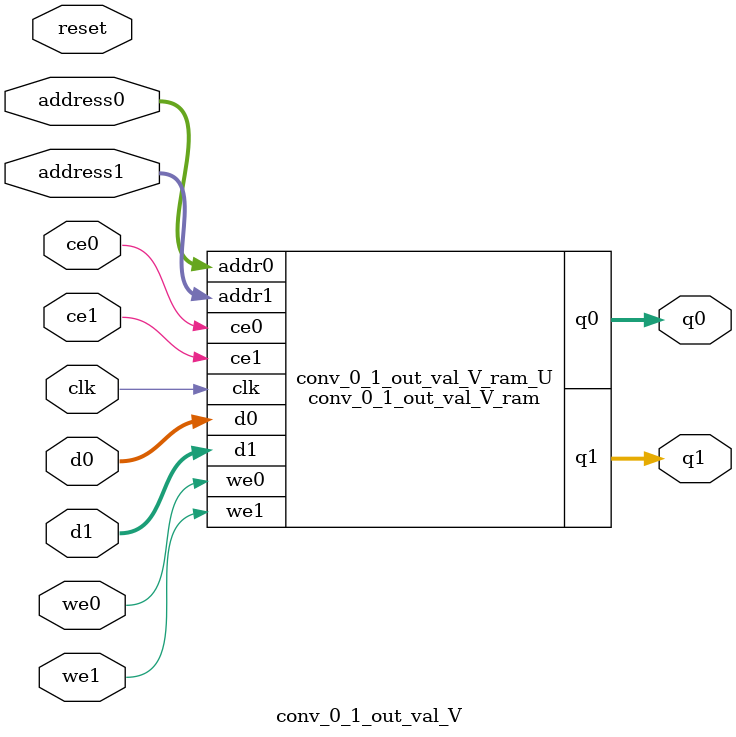
<source format=v>

`timescale 1 ns / 1 ps
module conv_0_1_out_val_V_ram (addr0, ce0, d0, we0, q0, addr1, ce1, d1, we1, q1,  clk);

parameter DWIDTH = 16;
parameter AWIDTH = 4;
parameter MEM_SIZE = 16;

input[AWIDTH-1:0] addr0;
input ce0;
input[DWIDTH-1:0] d0;
input we0;
output reg[DWIDTH-1:0] q0;
input[AWIDTH-1:0] addr1;
input ce1;
input[DWIDTH-1:0] d1;
input we1;
output reg[DWIDTH-1:0] q1;
input clk;

(* ram_style = "block" *)reg [DWIDTH-1:0] ram[0:MEM_SIZE-1];




always @(posedge clk)  
begin 
    if (ce0) 
    begin
        if (we0) 
        begin 
            ram[addr0] <= d0; 
            q0 <= d0;
        end 
        else 
            q0 <= ram[addr0];
    end
end


always @(posedge clk)  
begin 
    if (ce1) 
    begin
        if (we1) 
        begin 
            ram[addr1] <= d1; 
            q1 <= d1;
        end 
        else 
            q1 <= ram[addr1];
    end
end


endmodule


`timescale 1 ns / 1 ps
module conv_0_1_out_val_V(
    reset,
    clk,
    address0,
    ce0,
    we0,
    d0,
    q0,
    address1,
    ce1,
    we1,
    d1,
    q1);

parameter DataWidth = 32'd16;
parameter AddressRange = 32'd16;
parameter AddressWidth = 32'd4;
input reset;
input clk;
input[AddressWidth - 1:0] address0;
input ce0;
input we0;
input[DataWidth - 1:0] d0;
output[DataWidth - 1:0] q0;
input[AddressWidth - 1:0] address1;
input ce1;
input we1;
input[DataWidth - 1:0] d1;
output[DataWidth - 1:0] q1;



conv_0_1_out_val_V_ram conv_0_1_out_val_V_ram_U(
    .clk( clk ),
    .addr0( address0 ),
    .ce0( ce0 ),
    .d0( d0 ),
    .we0( we0 ),
    .q0( q0 ),
    .addr1( address1 ),
    .ce1( ce1 ),
    .d1( d1 ),
    .we1( we1 ),
    .q1( q1 ));

endmodule


</source>
